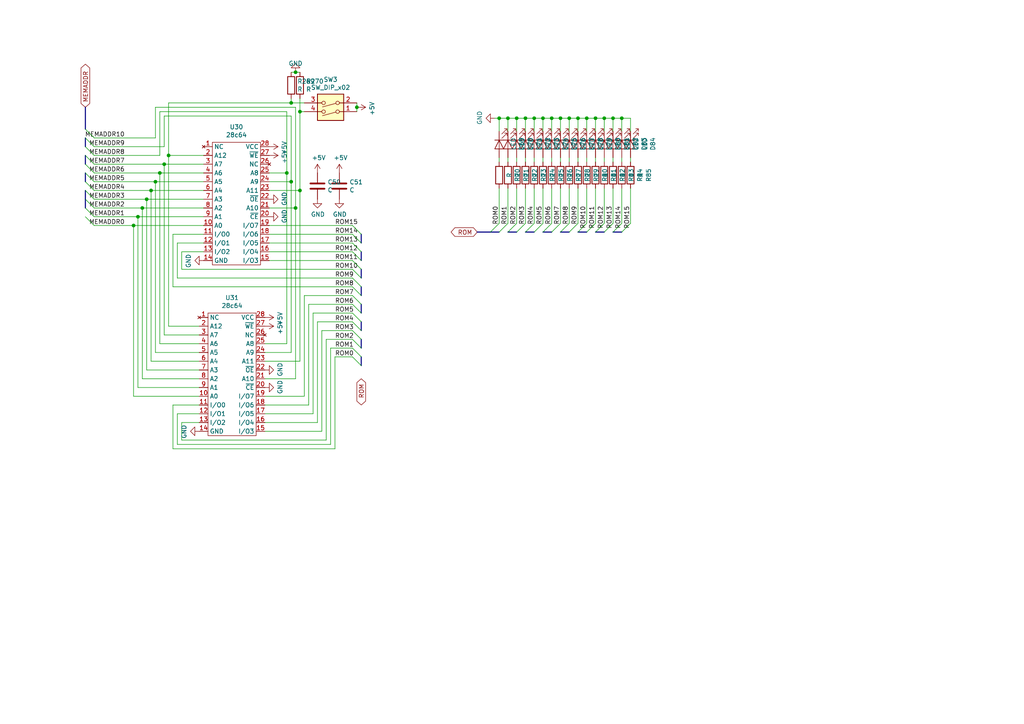
<source format=kicad_sch>
(kicad_sch (version 20200618) (host eeschema "(5.99.0-2101-geb1ff80d5)")
  (page 1 1)
  (paper "A4")
  (lib_symbols
    (symbol "Device:C" (pin_numbers hide) (pin_names (offset 0.254))
      (property "Reference" "C" (at 0.635 2.54 0))
      (property "Value" "C" (at 0.635 -2.54 0))
      (symbol "C_0_1"
        (polyline (pts (xy -2.032 -0.762) (xy 2.032 -0.762)) (stroke (width 0.508)))
        (polyline (pts (xy -2.032 0.762) (xy 2.032 0.762)) (stroke (width 0.508)))
      )
      (symbol "C_1_1"
        (pin passive line (at 0 3.81 270) (length 2.794) (name "~") (number "1"))
        (pin passive line (at 0 -3.81 90) (length 2.794) (name "~") (number "2"))
      )
    )
    (symbol "Device:LED" (pin_numbers hide) (pin_names hide)
      (property "Reference" "D" (at 0 2.54 0))
      (property "Value" "LED" (at 0 -2.54 0))
      (symbol "LED_0_1"
        (polyline (pts (xy -1.27 -1.27) (xy -1.27 1.27)) (stroke (width 0.2032)))
        (polyline (pts (xy -1.27 0) (xy 1.27 0)))
        (polyline (pts (xy 1.27 -1.27) (xy 1.27 1.27) (xy -1.27 0) (xy 1.27 -1.27)) (stroke (width 0.2032)))
        (polyline (pts (xy -3.048 -0.762) (xy -4.572 -2.286) (xy -3.81 -2.286) (xy -4.572 -2.286) (xy -4.572 -1.524)))
        (polyline (pts (xy -1.778 -0.762) (xy -3.302 -2.286) (xy -2.54 -2.286) (xy -3.302 -2.286) (xy -3.302 -1.524)))
      )
      (symbol "LED_1_1"
        (pin passive line (at -3.81 0 0) (length 2.54) (name "K") (number "1"))
        (pin passive line (at 3.81 0 180) (length 2.54) (name "A") (number "2"))
      )
    )
    (symbol "Device:R" (pin_numbers hide) (pin_names (offset 0))
      (property "Reference" "R" (at 2.032 0 90))
      (property "Value" "R" (at 0 0 90))
      (symbol "R_0_1"
        (rectangle (start -1.016 -2.54) (end 1.016 2.54) (stroke (width 0.254)))
      )
      (symbol "R_1_1"
        (pin passive line (at 0 3.81 270) (length 1.27) (name "~") (number "1"))
        (pin passive line (at 0 -3.81 90) (length 1.27) (name "~") (number "2"))
      )
    )
    (symbol "Switch:SW_DIP_x02" (pin_names (offset 0) hide)
      (property "Reference" "SW" (at 0 6.35 0))
      (property "Value" "SW_DIP_x02" (at 0 -3.81 0))
      (symbol "SW_DIP_x02_0_0"
        (circle (center -2.032 0) (radius 0.508))
        (circle (center -2.032 2.54) (radius 0.508))
        (circle (center 2.032 0) (radius 0.508))
        (circle (center 2.032 2.54) (radius 0.508))
        (polyline (pts (xy -1.524 0.127) (xy 2.3622 1.1684)))
        (polyline (pts (xy -1.524 2.667) (xy 2.3622 3.7084)))
      )
      (symbol "SW_DIP_x02_0_1"
        (rectangle (start -3.81 5.08) (end 3.81 -2.54) (stroke (width 0.254)) (fill (type background)))
      )
      (symbol "SW_DIP_x02_1_1"
        (pin passive line (at -7.62 2.54 0) (length 5.08) (name "~") (number "1"))
        (pin passive line (at -7.62 0 0) (length 5.08) (name "~") (number "2"))
        (pin passive line (at 7.62 0 180) (length 5.08) (name "~") (number "3"))
        (pin passive line (at 7.62 2.54 180) (length 5.08) (name "~") (number "4"))
      )
    )
    (symbol "custom:28c64"
      (property "Reference" "U" (at 0 0 0))
      (property "Value" "28c64" (at 3.81 0 0))
      (symbol "28c64_0_1"
        (rectangle (start -2.54 -1.27) (end 11.43 -36.83))
      )
      (symbol "28c64_1_1"
        (pin unconnected line (at -5.08 -2.54 0) (length 2.54) (name "NC") (number "1"))
        (pin input line (at -5.08 -25.4 0) (length 2.54) (name "A0") (number "10"))
        (pin bidirectional line (at -5.08 -27.94 0) (length 2.54) (name "I/O0") (number "11"))
        (pin bidirectional line (at -5.08 -30.48 0) (length 2.54) (name "I/O1") (number "12"))
        (pin bidirectional line (at -5.08 -33.02 0) (length 2.54) (name "I/O2") (number "13"))
        (pin power_in line (at -5.08 -35.56 0) (length 2.54) (name "GND") (number "14"))
        (pin bidirectional line (at 13.97 -35.56 180) (length 2.54) (name "I/O3") (number "15"))
        (pin bidirectional line (at 13.97 -33.02 180) (length 2.54) (name "I/O4") (number "16"))
        (pin bidirectional line (at 13.97 -30.48 180) (length 2.54) (name "I/O5") (number "17"))
        (pin bidirectional line (at 13.97 -27.94 180) (length 2.54) (name "I/O6") (number "18"))
        (pin bidirectional line (at 13.97 -25.4 180) (length 2.54) (name "I/O7") (number "19"))
        (pin input line (at -5.08 -5.08 0) (length 2.54) (name "A12") (number "2"))
        (pin input line (at 13.97 -22.86 180) (length 2.54) (name "~CE") (number "20"))
        (pin input line (at 13.97 -20.32 180) (length 2.54) (name "A10") (number "21"))
        (pin input line (at 13.97 -17.78 180) (length 2.54) (name "~OE") (number "22"))
        (pin input line (at 13.97 -15.24 180) (length 2.54) (name "A11") (number "23"))
        (pin input line (at 13.97 -12.7 180) (length 2.54) (name "A9") (number "24"))
        (pin input line (at 13.97 -10.16 180) (length 2.54) (name "A8") (number "25"))
        (pin unconnected line (at 13.97 -7.62 180) (length 2.54) (name "NC") (number "26"))
        (pin input line (at 13.97 -5.08 180) (length 2.54) (name "~WE") (number "27"))
        (pin power_in line (at 13.97 -2.54 180) (length 2.54) (name "VCC") (number "28"))
        (pin input line (at -5.08 -7.62 0) (length 2.54) (name "A7") (number "3"))
        (pin input line (at -5.08 -10.16 0) (length 2.54) (name "A6") (number "4"))
        (pin input line (at -5.08 -12.7 0) (length 2.54) (name "A5") (number "5"))
        (pin input line (at -5.08 -15.24 0) (length 2.54) (name "A4") (number "6"))
        (pin input line (at -5.08 -17.78 0) (length 2.54) (name "A3") (number "7"))
        (pin input line (at -5.08 -20.32 0) (length 2.54) (name "A2") (number "8"))
        (pin input line (at -5.08 -22.86 0) (length 2.54) (name "A1") (number "9"))
      )
    )
    (symbol "power:+5V" (power) (pin_names (offset 0))
      (property "Value" "+5V" (at 0 3.556 0))
      (symbol "+5V_0_1"
        (polyline (pts (xy -0.762 1.27) (xy 0 2.54)))
        (polyline (pts (xy 0 0) (xy 0 2.54)))
        (polyline (pts (xy 0 2.54) (xy 0.762 1.27)))
      )
      (symbol "+5V_1_1"
        (pin power_in line (at 0 0 90) (length 0) hide (name "+5V") (number "1"))
      )
    )
    (symbol "power:GND" (power) (pin_names (offset 0))
      (property "Value" "GND" (at 0 -3.81 0))
      (symbol "GND_0_1"
        (polyline (pts (xy 0 0) (xy 0 -1.27) (xy 1.27 -1.27) (xy 0 -2.54) (xy -1.27 -1.27) (xy 0 -1.27)))
      )
      (symbol "GND_1_1"
        (pin power_in line (at 0 0 270) (length 0) hide (name "GND") (number "1"))
      )
    )
  )
  (junction (at 38.735 65.405))
  (junction (at 40.005 62.865))
  (junction (at 41.275 60.325))
  (junction (at 42.545 57.785))
  (junction (at 43.815 55.245))
  (junction (at 45.085 52.705))
  (junction (at 46.355 50.165))
  (junction (at 47.625 47.625))
  (junction (at 48.895 45.085))
  (junction (at 83.185 50.165))
  (junction (at 84.455 29.845))
  (junction (at 84.455 52.705))
  (junction (at 85.725 20.955))
  (junction (at 85.725 60.325))
  (junction (at 86.995 32.385))
  (junction (at 86.995 55.245))
  (junction (at 103.505 31.115))
  (junction (at 144.78 34.29))
  (junction (at 147.32 34.29))
  (junction (at 149.86 34.29))
  (junction (at 152.4 34.29))
  (junction (at 154.94 34.29))
  (junction (at 157.48 34.29))
  (junction (at 160.02 34.29))
  (junction (at 162.56 34.29))
  (junction (at 165.1 34.29))
  (junction (at 167.64 34.29))
  (junction (at 170.18 34.29))
  (junction (at 172.72 34.29))
  (junction (at 175.26 34.29))
  (junction (at 177.8 34.29))
  (junction (at 180.34 34.29))
  (bus_entry (at 27.305 40.005) (size -2.54 -2.54) (stroke (width 0.1524)))
  (bus_entry (at 27.305 42.545) (size -2.54 -2.54) (stroke (width 0.1524)))
  (bus_entry (at 27.305 45.085) (size -2.54 -2.54) (stroke (width 0.1524)))
  (bus_entry (at 27.305 47.625) (size -2.54 -2.54) (stroke (width 0.1524)))
  (bus_entry (at 27.305 50.165) (size -2.54 -2.54) (stroke (width 0.1524)))
  (bus_entry (at 27.305 52.705) (size -2.54 -2.54) (stroke (width 0.1524)))
  (bus_entry (at 27.305 55.245) (size -2.54 -2.54) (stroke (width 0.1524)))
  (bus_entry (at 27.305 57.785) (size -2.54 -2.54) (stroke (width 0.1524)))
  (bus_entry (at 27.305 60.325) (size -2.54 -2.54) (stroke (width 0.1524)))
  (bus_entry (at 27.305 62.865) (size -2.54 -2.54) (stroke (width 0.1524)))
  (bus_entry (at 27.305 65.405) (size -2.54 -2.54) (stroke (width 0.1524)))
  (bus_entry (at 102.235 65.405) (size 2.54 2.54) (stroke (width 0.1524)))
  (bus_entry (at 102.235 67.945) (size 2.54 2.54) (stroke (width 0.1524)))
  (bus_entry (at 102.235 70.485) (size 2.54 2.54) (stroke (width 0.1524)))
  (bus_entry (at 102.235 73.025) (size 2.54 2.54) (stroke (width 0.1524)))
  (bus_entry (at 102.235 75.565) (size 2.54 2.54) (stroke (width 0.1524)))
  (bus_entry (at 102.235 78.105) (size 2.54 2.54) (stroke (width 0.1524)))
  (bus_entry (at 102.235 80.645) (size 2.54 2.54) (stroke (width 0.1524)))
  (bus_entry (at 102.235 83.185) (size 2.54 2.54) (stroke (width 0.1524)))
  (bus_entry (at 102.235 85.725) (size 2.54 2.54) (stroke (width 0.1524)))
  (bus_entry (at 102.235 88.265) (size 2.54 2.54) (stroke (width 0.1524)))
  (bus_entry (at 102.235 90.805) (size 2.54 2.54) (stroke (width 0.1524)))
  (bus_entry (at 102.235 93.345) (size 2.54 2.54) (stroke (width 0.1524)))
  (bus_entry (at 102.235 95.885) (size 2.54 2.54) (stroke (width 0.1524)))
  (bus_entry (at 102.235 98.425) (size 2.54 2.54) (stroke (width 0.1524)))
  (bus_entry (at 102.235 100.965) (size 2.54 2.54) (stroke (width 0.1524)))
  (bus_entry (at 102.235 103.505) (size 2.54 2.54) (stroke (width 0.1524)))
  (bus_entry (at 144.78 64.77) (size -2.54 2.54) (stroke (width 0.1524)))
  (bus_entry (at 147.32 64.77) (size -2.54 2.54) (stroke (width 0.1524)))
  (bus_entry (at 149.86 64.77) (size -2.54 2.54) (stroke (width 0.1524)))
  (bus_entry (at 152.4 64.77) (size -2.54 2.54) (stroke (width 0.1524)))
  (bus_entry (at 154.94 64.77) (size -2.54 2.54) (stroke (width 0.1524)))
  (bus_entry (at 157.48 64.77) (size -2.54 2.54) (stroke (width 0.1524)))
  (bus_entry (at 160.02 64.77) (size -2.54 2.54) (stroke (width 0.1524)))
  (bus_entry (at 162.56 64.77) (size -2.54 2.54) (stroke (width 0.1524)))
  (bus_entry (at 165.1 64.77) (size -2.54 2.54) (stroke (width 0.1524)))
  (bus_entry (at 167.64 64.77) (size -2.54 2.54) (stroke (width 0.1524)))
  (bus_entry (at 170.18 64.77) (size -2.54 2.54) (stroke (width 0.1524)))
  (bus_entry (at 172.72 64.77) (size -2.54 2.54) (stroke (width 0.1524)))
  (bus_entry (at 175.26 64.77) (size -2.54 2.54) (stroke (width 0.1524)))
  (bus_entry (at 177.8 64.77) (size -2.54 2.54) (stroke (width 0.1524)))
  (bus_entry (at 180.34 64.77) (size -2.54 2.54) (stroke (width 0.1524)))
  (bus_entry (at 182.88 64.77) (size -2.54 2.54) (stroke (width 0.1524)))
  (wire (pts (xy 27.305 40.005) (xy 45.085 40.005)))
  (wire (pts (xy 27.305 42.545) (xy 47.625 42.545)))
  (wire (pts (xy 27.305 45.085) (xy 46.355 45.085)))
  (wire (pts (xy 27.305 47.625) (xy 47.625 47.625)))
  (wire (pts (xy 27.305 50.165) (xy 46.355 50.165)))
  (wire (pts (xy 27.305 52.705) (xy 45.085 52.705)))
  (wire (pts (xy 27.305 55.245) (xy 43.815 55.245)))
  (wire (pts (xy 27.305 57.785) (xy 42.545 57.785)))
  (wire (pts (xy 27.305 60.325) (xy 41.275 60.325)))
  (wire (pts (xy 27.305 62.865) (xy 40.005 62.865)))
  (wire (pts (xy 27.305 65.405) (xy 38.735 65.405)))
  (wire (pts (xy 38.735 65.405) (xy 59.055 65.405)))
  (wire (pts (xy 38.735 114.935) (xy 38.735 65.405)))
  (wire (pts (xy 38.735 114.935) (xy 57.785 114.935)))
  (wire (pts (xy 40.005 62.865) (xy 59.055 62.865)))
  (wire (pts (xy 40.005 112.395) (xy 40.005 62.865)))
  (wire (pts (xy 40.005 112.395) (xy 57.785 112.395)))
  (wire (pts (xy 41.275 60.325) (xy 59.055 60.325)))
  (wire (pts (xy 41.275 109.855) (xy 41.275 60.325)))
  (wire (pts (xy 41.275 109.855) (xy 57.785 109.855)))
  (wire (pts (xy 42.545 57.785) (xy 59.055 57.785)))
  (wire (pts (xy 42.545 107.315) (xy 42.545 57.785)))
  (wire (pts (xy 42.545 107.315) (xy 57.785 107.315)))
  (wire (pts (xy 43.815 55.245) (xy 59.055 55.245)))
  (wire (pts (xy 43.815 104.775) (xy 43.815 55.245)))
  (wire (pts (xy 43.815 104.775) (xy 57.785 104.775)))
  (wire (pts (xy 45.085 31.115) (xy 85.725 31.115)))
  (wire (pts (xy 45.085 40.005) (xy 45.085 31.115)))
  (wire (pts (xy 45.085 52.705) (xy 59.055 52.705)))
  (wire (pts (xy 45.085 102.235) (xy 45.085 52.705)))
  (wire (pts (xy 45.085 102.235) (xy 57.785 102.235)))
  (wire (pts (xy 46.355 32.385) (xy 83.185 32.385)))
  (wire (pts (xy 46.355 45.085) (xy 46.355 32.385)))
  (wire (pts (xy 46.355 50.165) (xy 59.055 50.165)))
  (wire (pts (xy 46.355 99.695) (xy 46.355 50.165)))
  (wire (pts (xy 46.355 99.695) (xy 57.785 99.695)))
  (wire (pts (xy 47.625 33.655) (xy 84.455 33.655)))
  (wire (pts (xy 47.625 42.545) (xy 47.625 33.655)))
  (wire (pts (xy 47.625 47.625) (xy 59.055 47.625)))
  (wire (pts (xy 47.625 97.155) (xy 47.625 47.625)))
  (wire (pts (xy 47.625 97.155) (xy 57.785 97.155)))
  (wire (pts (xy 48.895 29.845) (xy 48.895 45.085)))
  (wire (pts (xy 48.895 29.845) (xy 84.455 29.845)))
  (wire (pts (xy 48.895 45.085) (xy 48.895 94.615)))
  (wire (pts (xy 48.895 94.615) (xy 57.785 94.615)))
  (wire (pts (xy 50.165 67.945) (xy 59.055 67.945)))
  (wire (pts (xy 50.165 83.185) (xy 50.165 67.945)))
  (wire (pts (xy 50.165 83.185) (xy 102.235 83.185)))
  (wire (pts (xy 50.165 117.475) (xy 50.165 130.175)))
  (wire (pts (xy 50.165 130.175) (xy 97.155 130.175)))
  (wire (pts (xy 51.435 70.485) (xy 59.055 70.485)))
  (wire (pts (xy 51.435 80.645) (xy 51.435 70.485)))
  (wire (pts (xy 51.435 80.645) (xy 102.235 80.645)))
  (wire (pts (xy 51.435 120.015) (xy 57.785 120.015)))
  (wire (pts (xy 51.435 128.905) (xy 51.435 120.015)))
  (wire (pts (xy 51.435 128.905) (xy 95.885 128.905)))
  (wire (pts (xy 52.705 73.025) (xy 59.055 73.025)))
  (wire (pts (xy 52.705 78.105) (xy 52.705 73.025)))
  (wire (pts (xy 52.705 78.105) (xy 102.235 78.105)))
  (wire (pts (xy 52.705 122.555) (xy 57.785 122.555)))
  (wire (pts (xy 52.705 127.635) (xy 52.705 122.555)))
  (wire (pts (xy 52.705 127.635) (xy 94.615 127.635)))
  (wire (pts (xy 57.785 117.475) (xy 50.165 117.475)))
  (wire (pts (xy 59.055 45.085) (xy 48.895 45.085)))
  (wire (pts (xy 76.835 99.695) (xy 83.185 99.695)))
  (wire (pts (xy 76.835 104.775) (xy 86.995 104.775)))
  (wire (pts (xy 76.835 109.855) (xy 85.725 109.855)))
  (wire (pts (xy 76.835 114.935) (xy 88.265 114.935)))
  (wire (pts (xy 76.835 117.475) (xy 89.535 117.475)))
  (wire (pts (xy 76.835 120.015) (xy 90.805 120.015)))
  (wire (pts (xy 76.835 122.555) (xy 92.075 122.555)))
  (wire (pts (xy 76.835 125.095) (xy 93.345 125.095)))
  (wire (pts (xy 78.105 52.705) (xy 84.455 52.705)))
  (wire (pts (xy 78.105 65.405) (xy 102.235 65.405)))
  (wire (pts (xy 78.105 67.945) (xy 102.235 67.945)))
  (wire (pts (xy 78.105 70.485) (xy 102.235 70.485)))
  (wire (pts (xy 78.105 73.025) (xy 102.235 73.025)))
  (wire (pts (xy 78.105 75.565) (xy 102.235 75.565)))
  (wire (pts (xy 83.185 32.385) (xy 83.185 50.165)))
  (wire (pts (xy 83.185 50.165) (xy 78.105 50.165)))
  (wire (pts (xy 83.185 99.695) (xy 83.185 50.165)))
  (wire (pts (xy 84.455 28.575) (xy 84.455 29.845)))
  (wire (pts (xy 84.455 29.845) (xy 88.265 29.845)))
  (wire (pts (xy 84.455 33.655) (xy 84.455 52.705)))
  (wire (pts (xy 84.455 52.705) (xy 84.455 102.235)))
  (wire (pts (xy 84.455 102.235) (xy 76.835 102.235)))
  (wire (pts (xy 85.725 20.955) (xy 84.455 20.955)))
  (wire (pts (xy 85.725 31.115) (xy 85.725 60.325)))
  (wire (pts (xy 85.725 60.325) (xy 78.105 60.325)))
  (wire (pts (xy 85.725 109.855) (xy 85.725 60.325)))
  (wire (pts (xy 86.995 20.955) (xy 85.725 20.955)))
  (wire (pts (xy 86.995 28.575) (xy 86.995 32.385)))
  (wire (pts (xy 86.995 32.385) (xy 86.995 55.245)))
  (wire (pts (xy 86.995 32.385) (xy 88.265 32.385)))
  (wire (pts (xy 86.995 55.245) (xy 78.105 55.245)))
  (wire (pts (xy 86.995 104.775) (xy 86.995 55.245)))
  (wire (pts (xy 88.265 85.725) (xy 88.265 114.935)))
  (wire (pts (xy 89.535 88.265) (xy 89.535 117.475)))
  (wire (pts (xy 90.805 90.805) (xy 90.805 120.015)))
  (wire (pts (xy 90.805 90.805) (xy 102.235 90.805)))
  (wire (pts (xy 92.075 93.345) (xy 92.075 122.555)))
  (wire (pts (xy 93.345 95.885) (xy 93.345 125.095)))
  (wire (pts (xy 93.345 95.885) (xy 102.235 95.885)))
  (wire (pts (xy 94.615 98.425) (xy 94.615 127.635)))
  (wire (pts (xy 94.615 98.425) (xy 102.235 98.425)))
  (wire (pts (xy 95.885 100.965) (xy 95.885 128.905)))
  (wire (pts (xy 95.885 100.965) (xy 102.235 100.965)))
  (wire (pts (xy 97.155 103.505) (xy 97.155 130.175)))
  (wire (pts (xy 97.155 103.505) (xy 102.235 103.505)))
  (wire (pts (xy 102.235 85.725) (xy 88.265 85.725)))
  (wire (pts (xy 102.235 88.265) (xy 89.535 88.265)))
  (wire (pts (xy 102.235 93.345) (xy 92.075 93.345)))
  (wire (pts (xy 103.505 29.845) (xy 103.505 31.115)))
  (wire (pts (xy 103.505 31.115) (xy 103.505 32.385)))
  (wire (pts (xy 144.78 34.29) (xy 143.51 34.29)))
  (wire (pts (xy 144.78 38.1) (xy 144.78 34.29)))
  (wire (pts (xy 144.78 45.72) (xy 144.78 46.99)))
  (wire (pts (xy 144.78 54.61) (xy 144.78 64.77)))
  (wire (pts (xy 147.32 34.29) (xy 144.78 34.29)))
  (wire (pts (xy 147.32 38.1) (xy 147.32 34.29)))
  (wire (pts (xy 147.32 46.99) (xy 147.32 45.72)))
  (wire (pts (xy 147.32 54.61) (xy 147.32 64.77)))
  (wire (pts (xy 149.86 34.29) (xy 147.32 34.29)))
  (wire (pts (xy 149.86 38.1) (xy 149.86 34.29)))
  (wire (pts (xy 149.86 45.72) (xy 149.86 46.99)))
  (wire (pts (xy 149.86 54.61) (xy 149.86 64.77)))
  (wire (pts (xy 152.4 34.29) (xy 149.86 34.29)))
  (wire (pts (xy 152.4 38.1) (xy 152.4 34.29)))
  (wire (pts (xy 152.4 46.99) (xy 152.4 45.72)))
  (wire (pts (xy 152.4 54.61) (xy 152.4 64.77)))
  (wire (pts (xy 154.94 34.29) (xy 152.4 34.29)))
  (wire (pts (xy 154.94 38.1) (xy 154.94 34.29)))
  (wire (pts (xy 154.94 45.72) (xy 154.94 46.99)))
  (wire (pts (xy 154.94 54.61) (xy 154.94 64.77)))
  (wire (pts (xy 157.48 34.29) (xy 154.94 34.29)))
  (wire (pts (xy 157.48 38.1) (xy 157.48 34.29)))
  (wire (pts (xy 157.48 46.99) (xy 157.48 45.72)))
  (wire (pts (xy 157.48 54.61) (xy 157.48 64.77)))
  (wire (pts (xy 160.02 34.29) (xy 157.48 34.29)))
  (wire (pts (xy 160.02 38.1) (xy 160.02 34.29)))
  (wire (pts (xy 160.02 45.72) (xy 160.02 46.99)))
  (wire (pts (xy 160.02 54.61) (xy 160.02 64.77)))
  (wire (pts (xy 162.56 34.29) (xy 160.02 34.29)))
  (wire (pts (xy 162.56 38.1) (xy 162.56 34.29)))
  (wire (pts (xy 162.56 46.99) (xy 162.56 45.72)))
  (wire (pts (xy 162.56 54.61) (xy 162.56 64.77)))
  (wire (pts (xy 165.1 34.29) (xy 162.56 34.29)))
  (wire (pts (xy 165.1 38.1) (xy 165.1 34.29)))
  (wire (pts (xy 165.1 45.72) (xy 165.1 46.99)))
  (wire (pts (xy 165.1 54.61) (xy 165.1 64.77)))
  (wire (pts (xy 167.64 34.29) (xy 165.1 34.29)))
  (wire (pts (xy 167.64 38.1) (xy 167.64 34.29)))
  (wire (pts (xy 167.64 46.99) (xy 167.64 45.72)))
  (wire (pts (xy 167.64 54.61) (xy 167.64 64.77)))
  (wire (pts (xy 170.18 34.29) (xy 167.64 34.29)))
  (wire (pts (xy 170.18 38.1) (xy 170.18 34.29)))
  (wire (pts (xy 170.18 45.72) (xy 170.18 46.99)))
  (wire (pts (xy 170.18 54.61) (xy 170.18 64.77)))
  (wire (pts (xy 172.72 34.29) (xy 170.18 34.29)))
  (wire (pts (xy 172.72 38.1) (xy 172.72 34.29)))
  (wire (pts (xy 172.72 46.99) (xy 172.72 45.72)))
  (wire (pts (xy 172.72 54.61) (xy 172.72 64.77)))
  (wire (pts (xy 175.26 34.29) (xy 172.72 34.29)))
  (wire (pts (xy 175.26 38.1) (xy 175.26 34.29)))
  (wire (pts (xy 175.26 45.72) (xy 175.26 46.99)))
  (wire (pts (xy 175.26 54.61) (xy 175.26 64.77)))
  (wire (pts (xy 177.8 34.29) (xy 175.26 34.29)))
  (wire (pts (xy 177.8 38.1) (xy 177.8 34.29)))
  (wire (pts (xy 177.8 46.99) (xy 177.8 45.72)))
  (wire (pts (xy 177.8 54.61) (xy 177.8 64.77)))
  (wire (pts (xy 180.34 34.29) (xy 177.8 34.29)))
  (wire (pts (xy 180.34 38.1) (xy 180.34 34.29)))
  (wire (pts (xy 180.34 45.72) (xy 180.34 46.99)))
  (wire (pts (xy 180.34 54.61) (xy 180.34 64.77)))
  (wire (pts (xy 182.88 34.29) (xy 180.34 34.29)))
  (wire (pts (xy 182.88 38.1) (xy 182.88 34.29)))
  (wire (pts (xy 182.88 46.99) (xy 182.88 45.72)))
  (wire (pts (xy 182.88 54.61) (xy 182.88 64.77)))
  (bus (pts (xy 24.765 31.115) (xy 24.765 40.005)))
  (bus (pts (xy 24.765 40.005) (xy 24.765 45.085)))
  (bus (pts (xy 24.765 45.085) (xy 24.765 50.165)))
  (bus (pts (xy 24.765 50.165) (xy 24.765 55.245)))
  (bus (pts (xy 24.765 55.245) (xy 24.765 57.785)))
  (bus (pts (xy 24.765 57.785) (xy 24.765 62.865)))
  (bus (pts (xy 104.775 67.945) (xy 104.775 73.025)))
  (bus (pts (xy 104.775 73.025) (xy 104.775 78.105)))
  (bus (pts (xy 104.775 78.105) (xy 104.775 83.185)))
  (bus (pts (xy 104.775 83.185) (xy 104.775 88.265)))
  (bus (pts (xy 104.775 88.265) (xy 104.775 93.345)))
  (bus (pts (xy 104.775 93.345) (xy 104.775 98.425)))
  (bus (pts (xy 104.775 98.425) (xy 104.775 103.505)))
  (bus (pts (xy 104.775 103.505) (xy 104.775 109.855)))
  (bus (pts (xy 138.43 67.31) (xy 142.24 67.31)))
  (bus (pts (xy 142.24 67.31) (xy 147.32 67.31)))
  (bus (pts (xy 147.32 67.31) (xy 152.4 67.31)))
  (bus (pts (xy 152.4 67.31) (xy 157.48 67.31)))
  (bus (pts (xy 157.48 67.31) (xy 162.56 67.31)))
  (bus (pts (xy 162.56 67.31) (xy 167.64 67.31)))
  (bus (pts (xy 167.64 67.31) (xy 172.72 67.31)))
  (bus (pts (xy 172.72 67.31) (xy 177.8 67.31)))
  (bus (pts (xy 177.8 67.31) (xy 180.34 67.31)))
  (label "MEMADDR10" (at 36.195 40.005 180))
  (label "MEMADDR9" (at 36.195 42.545 180))
  (label "MEMADDR8" (at 36.195 45.085 180))
  (label "MEMADDR7" (at 36.195 47.625 180))
  (label "MEMADDR6" (at 36.195 50.165 180))
  (label "MEMADDR5" (at 36.195 52.705 180))
  (label "MEMADDR4" (at 36.195 55.245 180))
  (label "MEMADDR3" (at 36.195 57.785 180))
  (label "MEMADDR2" (at 36.195 60.325 180))
  (label "MEMADDR1" (at 36.195 62.865 180))
  (label "MEMADDR0" (at 36.195 65.405 180))
  (label "ROM15" (at 97.155 65.405 0))
  (label "ROM14" (at 97.155 67.945 0))
  (label "ROM13" (at 97.155 70.485 0))
  (label "ROM12" (at 97.155 73.025 0))
  (label "ROM11" (at 97.155 75.565 0))
  (label "ROM10" (at 97.155 78.105 0))
  (label "ROM9" (at 97.155 80.645 0))
  (label "ROM8" (at 97.155 83.185 0))
  (label "ROM7" (at 97.155 85.725 0))
  (label "ROM6" (at 97.155 88.265 0))
  (label "ROM5" (at 97.155 90.805 0))
  (label "ROM4" (at 97.155 93.345 0))
  (label "ROM3" (at 97.155 95.885 0))
  (label "ROM2" (at 97.155 98.425 0))
  (label "ROM1" (at 97.155 100.965 0))
  (label "ROM0" (at 97.155 103.505 0))
  (label "ROM0" (at 144.78 59.69 270))
  (label "ROM1" (at 147.32 59.69 270))
  (label "ROM2" (at 149.86 59.69 270))
  (label "ROM3" (at 152.4 59.69 270))
  (label "ROM4" (at 154.94 59.69 270))
  (label "ROM5" (at 157.48 59.69 270))
  (label "ROM6" (at 160.02 59.69 270))
  (label "ROM7" (at 162.56 59.69 270))
  (label "ROM8" (at 165.1 59.69 270))
  (label "ROM9" (at 167.64 59.69 270))
  (label "ROM10" (at 170.18 59.69 270))
  (label "ROM11" (at 172.72 59.69 270))
  (label "ROM12" (at 175.26 59.69 270))
  (label "ROM13" (at 177.8 59.69 270))
  (label "ROM14" (at 180.34 59.69 270))
  (label "ROM15" (at 182.88 59.69 270))
  (global_label "MEMADDR" (shape bidirectional) (at 24.765 31.115 90))
  (global_label "ROM" (shape bidirectional) (at 104.775 109.855 270))
  (global_label "ROM" (shape bidirectional) (at 138.43 67.31 180))
  (symbol (lib_id "power:+5V") (at 76.835 92.075 270) (unit 1)
    (property "Reference" "#PWR0188" (effects hide))
    (property "Value" "+5V" (at 81.2292 92.456 0))
  )
  (symbol (lib_id "power:+5V") (at 76.835 94.615 270) (unit 1)
    (property "Reference" "#PWR0189" (effects hide))
    (property "Value" "+5V" (at 81.2292 94.996 0))
  )
  (symbol (lib_id "power:+5V") (at 78.105 42.545 270) (unit 1)
    (property "Reference" "#PWR0184" (effects hide))
    (property "Value" "+5V" (at 82.4992 42.926 0))
  )
  (symbol (lib_id "power:+5V") (at 78.105 45.085 270) (unit 1)
    (property "Reference" "#PWR0185" (effects hide))
    (property "Value" "+5V" (at 82.4992 45.466 0))
  )
  (symbol (lib_id "power:+5V") (at 92.075 50.165 0) (unit 1)
    (property "Reference" "#PWR0327" (effects hide))
    (property "Value" "+5V" (at 92.456 45.7708 0))
  )
  (symbol (lib_id "power:+5V") (at 98.425 50.165 0) (unit 1)
    (property "Reference" "#PWR0353" (effects hide))
    (property "Value" "+5V" (at 98.806 45.7708 0))
  )
  (symbol (lib_id "power:+5V") (at 103.505 31.115 270) (unit 1)
    (property "Reference" "#PWR0355" (effects hide))
    (property "Value" "+5V" (at 107.8992 31.496 0))
  )
  (symbol (lib_id "power:GND") (at 57.785 125.095 270) (unit 1)
    (property "Reference" "#PWR0179" (effects hide))
    (property "Value" "GND" (at 53.3908 125.222 0))
  )
  (symbol (lib_id "power:GND") (at 59.055 75.565 270) (unit 1)
    (property "Reference" "#PWR0178" (effects hide))
    (property "Value" "GND" (at 54.6608 75.692 0))
  )
  (symbol (lib_id "power:GND") (at 76.835 107.315 90) (unit 1)
    (property "Reference" "#PWR0247" (effects hide))
    (property "Value" "GND" (at 81.2292 107.188 0))
  )
  (symbol (lib_id "power:GND") (at 76.835 112.395 90) (unit 1)
    (property "Reference" "#PWR0248" (effects hide))
    (property "Value" "GND" (at 81.2292 112.268 0))
  )
  (symbol (lib_id "power:GND") (at 78.105 57.785 90) (unit 1)
    (property "Reference" "#PWR0186" (effects hide))
    (property "Value" "GND" (at 82.4992 57.658 0))
  )
  (symbol (lib_id "power:GND") (at 78.105 62.865 90) (unit 1)
    (property "Reference" "#PWR0187" (effects hide))
    (property "Value" "GND" (at 82.4992 62.738 0))
  )
  (symbol (lib_id "power:GND") (at 85.725 20.955 180) (unit 1)
    (property "Reference" "#PWR0251" (effects hide))
    (property "Value" "GND" (at 85.725 18.415 0))
  )
  (symbol (lib_id "power:GND") (at 92.075 57.785 0) (unit 1)
    (property "Reference" "#PWR0328" (effects hide))
    (property "Value" "GND" (at 92.202 62.1792 0))
  )
  (symbol (lib_id "power:GND") (at 98.425 57.785 0) (unit 1)
    (property "Reference" "#PWR0354" (effects hide))
    (property "Value" "GND" (at 98.552 62.1792 0))
  )
  (symbol (lib_id "power:GND") (at 143.51 34.29 270) (mirror x) (unit 1)
    (property "Reference" "#PWR0190" (effects hide))
    (property "Value" "GND" (at 139.1158 34.163 0))
  )
  (symbol (lib_id "Device:R") (at 84.455 24.765 0) (unit 1)
    (property "Reference" "R269" (at 86.233 23.5966 0) (effects (justify left)))
    (property "Value" "R" (at 86.233 25.908 0) (effects (justify left)))
    (property "Footprint" "Resistor_SMD:R_0805_2012Metric_Pad1.15x1.40mm_HandSolder" (effects hide))
  )
  (symbol (lib_id "Device:R") (at 86.995 24.765 0) (unit 1)
    (property "Reference" "R270" (at 88.773 23.5966 0) (effects (justify left)))
    (property "Value" "R" (at 88.773 25.908 0) (effects (justify left)))
    (property "Footprint" "Resistor_SMD:R_0805_2012Metric_Pad1.15x1.40mm_HandSolder" (effects hide))
  )
  (symbol (lib_id "Device:R") (at 144.78 50.8 0) (mirror y) (unit 1)
    (property "Reference" "R70" (at 150.0378 50.8 90))
    (property "Value" "R" (at 147.7264 50.8 90))
    (property "Footprint" "Resistor_SMD:R_0805_2012Metric_Pad1.15x1.40mm_HandSolder" (effects hide))
  )
  (symbol (lib_id "Device:R") (at 147.32 50.8 0) (mirror y) (unit 1)
    (property "Reference" "R71" (at 152.5778 50.8 90))
    (property "Value" "R" (at 150.2664 50.8 90))
    (property "Footprint" "Resistor_SMD:R_0805_2012Metric_Pad1.15x1.40mm_HandSolder" (effects hide))
  )
  (symbol (lib_id "Device:R") (at 149.86 50.8 0) (mirror y) (unit 1)
    (property "Reference" "R72" (at 155.1178 50.8 90))
    (property "Value" "R" (at 152.8064 50.8 90))
    (property "Footprint" "Resistor_SMD:R_0805_2012Metric_Pad1.15x1.40mm_HandSolder" (effects hide))
  )
  (symbol (lib_id "Device:R") (at 152.4 50.8 0) (mirror y) (unit 1)
    (property "Reference" "R73" (at 157.6578 50.8 90))
    (property "Value" "R" (at 155.3464 50.8 90))
    (property "Footprint" "Resistor_SMD:R_0805_2012Metric_Pad1.15x1.40mm_HandSolder" (effects hide))
  )
  (symbol (lib_id "Device:R") (at 154.94 50.8 0) (mirror y) (unit 1)
    (property "Reference" "R74" (at 160.1978 50.8 90))
    (property "Value" "R" (at 157.8864 50.8 90))
    (property "Footprint" "Resistor_SMD:R_0805_2012Metric_Pad1.15x1.40mm_HandSolder" (effects hide))
  )
  (symbol (lib_id "Device:R") (at 157.48 50.8 0) (mirror y) (unit 1)
    (property "Reference" "R75" (at 162.7378 50.8 90))
    (property "Value" "R" (at 160.4264 50.8 90))
    (property "Footprint" "Resistor_SMD:R_0805_2012Metric_Pad1.15x1.40mm_HandSolder" (effects hide))
  )
  (symbol (lib_id "Device:R") (at 160.02 50.8 0) (mirror y) (unit 1)
    (property "Reference" "R76" (at 165.2778 50.8 90))
    (property "Value" "R" (at 162.9664 50.8 90))
    (property "Footprint" "Resistor_SMD:R_0805_2012Metric_Pad1.15x1.40mm_HandSolder" (effects hide))
  )
  (symbol (lib_id "Device:R") (at 162.56 50.8 0) (mirror y) (unit 1)
    (property "Reference" "R77" (at 167.8178 50.8 90))
    (property "Value" "R" (at 165.5064 50.8 90))
    (property "Footprint" "Resistor_SMD:R_0805_2012Metric_Pad1.15x1.40mm_HandSolder" (effects hide))
  )
  (symbol (lib_id "Device:R") (at 165.1 50.8 0) (mirror y) (unit 1)
    (property "Reference" "R78" (at 170.3578 50.8 90))
    (property "Value" "R" (at 168.0464 50.8 90))
    (property "Footprint" "Resistor_SMD:R_0805_2012Metric_Pad1.15x1.40mm_HandSolder" (effects hide))
  )
  (symbol (lib_id "Device:R") (at 167.64 50.8 0) (mirror y) (unit 1)
    (property "Reference" "R79" (at 172.8978 50.8 90))
    (property "Value" "R" (at 170.5864 50.8 90))
    (property "Footprint" "Resistor_SMD:R_0805_2012Metric_Pad1.15x1.40mm_HandSolder" (effects hide))
  )
  (symbol (lib_id "Device:R") (at 170.18 50.8 0) (mirror y) (unit 1)
    (property "Reference" "R80" (at 175.4378 50.8 90))
    (property "Value" "R" (at 173.1264 50.8 90))
    (property "Footprint" "Resistor_SMD:R_0805_2012Metric_Pad1.15x1.40mm_HandSolder" (effects hide))
  )
  (symbol (lib_id "Device:R") (at 172.72 50.8 0) (mirror y) (unit 1)
    (property "Reference" "R81" (at 177.9778 50.8 90))
    (property "Value" "R" (at 175.6664 50.8 90))
    (property "Footprint" "Resistor_SMD:R_0805_2012Metric_Pad1.15x1.40mm_HandSolder" (effects hide))
  )
  (symbol (lib_id "Device:R") (at 175.26 50.8 0) (mirror y) (unit 1)
    (property "Reference" "R82" (at 180.5178 50.8 90))
    (property "Value" "R" (at 178.2064 50.8 90))
    (property "Footprint" "Resistor_SMD:R_0805_2012Metric_Pad1.15x1.40mm_HandSolder" (effects hide))
  )
  (symbol (lib_id "Device:R") (at 177.8 50.8 0) (mirror y) (unit 1)
    (property "Reference" "R83" (at 183.0578 50.8 90))
    (property "Value" "R" (at 180.7464 50.8 90))
    (property "Footprint" "Resistor_SMD:R_0805_2012Metric_Pad1.15x1.40mm_HandSolder" (effects hide))
  )
  (symbol (lib_id "Device:R") (at 180.34 50.8 0) (mirror y) (unit 1)
    (property "Reference" "R84" (at 185.5978 50.8 90))
    (property "Value" "R" (at 183.2864 50.8 90))
    (property "Footprint" "Resistor_SMD:R_0805_2012Metric_Pad1.15x1.40mm_HandSolder" (effects hide))
  )
  (symbol (lib_id "Device:R") (at 182.88 50.8 0) (mirror y) (unit 1)
    (property "Reference" "R85" (at 188.1378 50.8 90))
    (property "Value" "R" (at 185.8264 50.8 90))
    (property "Footprint" "Resistor_SMD:R_0805_2012Metric_Pad1.15x1.40mm_HandSolder" (effects hide))
  )
  (symbol (lib_id "Device:LED") (at 144.78 41.91 90) (mirror x) (unit 1)
    (property "Reference" "D69" (at 151.257 41.7322 0))
    (property "Value" "LED" (at 148.9456 41.7322 0))
    (property "Footprint" "LED_THT:LED_D5.0mm" (effects hide))
  )
  (symbol (lib_id "Device:LED") (at 147.32 41.91 90) (mirror x) (unit 1)
    (property "Reference" "D70" (at 153.797 41.7322 0))
    (property "Value" "LED" (at 151.4856 41.7322 0))
    (property "Footprint" "LED_THT:LED_D5.0mm" (effects hide))
  )
  (symbol (lib_id "Device:LED") (at 149.86 41.91 90) (mirror x) (unit 1)
    (property "Reference" "D71" (at 156.337 41.7322 0))
    (property "Value" "LED" (at 154.0256 41.7322 0))
    (property "Footprint" "LED_THT:LED_D5.0mm" (effects hide))
  )
  (symbol (lib_id "Device:LED") (at 152.4 41.91 90) (mirror x) (unit 1)
    (property "Reference" "D72" (at 158.877 41.7322 0))
    (property "Value" "LED" (at 156.5656 41.7322 0))
    (property "Footprint" "LED_THT:LED_D5.0mm" (effects hide))
  )
  (symbol (lib_id "Device:LED") (at 154.94 41.91 90) (mirror x) (unit 1)
    (property "Reference" "D73" (at 161.417 41.7322 0))
    (property "Value" "LED" (at 159.1056 41.7322 0))
    (property "Footprint" "LED_THT:LED_D5.0mm" (effects hide))
  )
  (symbol (lib_id "Device:LED") (at 157.48 41.91 90) (mirror x) (unit 1)
    (property "Reference" "D74" (at 163.957 41.7322 0))
    (property "Value" "LED" (at 161.6456 41.7322 0))
    (property "Footprint" "LED_THT:LED_D5.0mm" (effects hide))
  )
  (symbol (lib_id "Device:LED") (at 160.02 41.91 90) (mirror x) (unit 1)
    (property "Reference" "D75" (at 166.497 41.7322 0))
    (property "Value" "LED" (at 164.1856 41.7322 0))
    (property "Footprint" "LED_THT:LED_D5.0mm" (effects hide))
  )
  (symbol (lib_id "Device:LED") (at 162.56 41.91 90) (mirror x) (unit 1)
    (property "Reference" "D76" (at 169.037 41.7322 0))
    (property "Value" "LED" (at 166.7256 41.7322 0))
    (property "Footprint" "LED_THT:LED_D5.0mm" (effects hide))
  )
  (symbol (lib_id "Device:LED") (at 165.1 41.91 90) (mirror x) (unit 1)
    (property "Reference" "D77" (at 171.577 41.7322 0))
    (property "Value" "LED" (at 169.2656 41.7322 0))
    (property "Footprint" "LED_THT:LED_D5.0mm" (effects hide))
  )
  (symbol (lib_id "Device:LED") (at 167.64 41.91 90) (mirror x) (unit 1)
    (property "Reference" "D78" (at 174.117 41.7322 0))
    (property "Value" "LED" (at 171.8056 41.7322 0))
    (property "Footprint" "LED_THT:LED_D5.0mm" (effects hide))
  )
  (symbol (lib_id "Device:LED") (at 170.18 41.91 90) (mirror x) (unit 1)
    (property "Reference" "D79" (at 176.657 41.7322 0))
    (property "Value" "LED" (at 174.3456 41.7322 0))
    (property "Footprint" "LED_THT:LED_D5.0mm" (effects hide))
  )
  (symbol (lib_id "Device:LED") (at 172.72 41.91 90) (mirror x) (unit 1)
    (property "Reference" "D80" (at 179.197 41.7322 0))
    (property "Value" "LED" (at 176.8856 41.7322 0))
    (property "Footprint" "LED_THT:LED_D5.0mm" (effects hide))
  )
  (symbol (lib_id "Device:LED") (at 175.26 41.91 90) (mirror x) (unit 1)
    (property "Reference" "D81" (at 181.737 41.7322 0))
    (property "Value" "LED" (at 179.4256 41.7322 0))
    (property "Footprint" "LED_THT:LED_D5.0mm" (effects hide))
  )
  (symbol (lib_id "Device:LED") (at 177.8 41.91 90) (mirror x) (unit 1)
    (property "Reference" "D82" (at 184.277 41.7322 0))
    (property "Value" "LED" (at 181.9656 41.7322 0))
    (property "Footprint" "LED_THT:LED_D5.0mm" (effects hide))
  )
  (symbol (lib_id "Device:LED") (at 180.34 41.91 90) (mirror x) (unit 1)
    (property "Reference" "D83" (at 186.817 41.7322 0))
    (property "Value" "LED" (at 184.5056 41.7322 0))
    (property "Footprint" "LED_THT:LED_D5.0mm" (effects hide))
  )
  (symbol (lib_id "Device:LED") (at 182.88 41.91 90) (mirror x) (unit 1)
    (property "Reference" "D84" (at 189.357 41.7322 0))
    (property "Value" "LED" (at 187.0456 41.7322 0))
    (property "Footprint" "LED_THT:LED_D5.0mm" (effects hide))
  )
  (symbol (lib_id "Device:C") (at 92.075 53.975 0) (unit 1)
    (property "Reference" "C50" (at 94.996 52.8066 0) (effects (justify left)))
    (property "Value" "C" (at 94.996 55.118 0) (effects (justify left)))
    (property "Footprint" "Capacitor_SMD:C_0805_2012Metric_Pad1.15x1.40mm_HandSolder" (effects hide))
  )
  (symbol (lib_id "Device:C") (at 98.425 53.975 0) (unit 1)
    (property "Reference" "C51" (at 101.346 52.8066 0) (effects (justify left)))
    (property "Value" "C" (at 101.346 55.118 0) (effects (justify left)))
    (property "Footprint" "Capacitor_SMD:C_0805_2012Metric_Pad1.15x1.40mm_HandSolder" (effects hide))
  )
  (symbol (lib_id "Switch:SW_DIP_x02") (at 95.885 29.845 180) (unit 1)
    (property "Reference" "SW3" (at 95.885 23.0632 0))
    (property "Value" "SW_DIP_x02" (at 95.885 25.3746 0))
    (property "Footprint" "Button_Switch_THT:SW_DIP_SPSTx02_Slide_9.78x7.26mm_W7.62mm_P2.54mm" (effects hide))
  )
  (symbol (lib_id "custom:28c64") (at 62.865 89.535 0) (unit 1)
    (property "Reference" "U31" (at 67.31 86.36 0))
    (property "Value" "28c64" (at 67.31 88.6714 0))
    (property "Footprint" "Package_DIP:DIP-28_W15.24mm_Socket_LongPads" (effects hide))
  )
  (symbol (lib_id "custom:28c64") (at 64.135 40.005 0) (unit 1)
    (property "Reference" "U30" (at 68.58 36.83 0))
    (property "Value" "28c64" (at 68.58 39.1414 0))
    (property "Footprint" "Package_DIP:DIP-28_W15.24mm_Socket_LongPads" (effects hide))
  )
)
</source>
